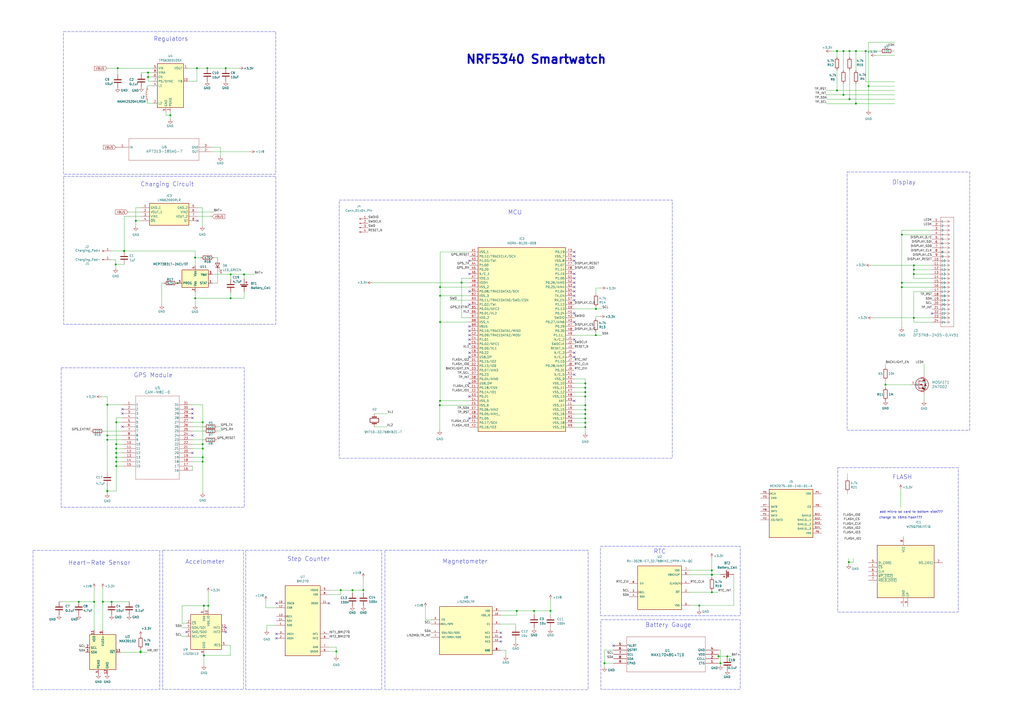
<source format=kicad_sch>
(kicad_sch (version 20230121) (generator eeschema)
  (paper "A2")
  (title_block (title "Smartwatch Schematic") (date "2023-10-28") (rev "v2"))
  (junction (at 62.2408 255.1223))
  (junction (at 120.818 351.363))
  (junction (at 67.4254 260.1962))
  (junction (at 98.8095 66.8207))
  (junction (at 117.5679 267.8139))
  (junction (at 523.1464 136.1198))
  (junction (at 117.5919 257.6539))
  (junction (at 345.6198 194.4313))
  (junction (at 255.296 232.5313))
  (junction (at 103.013 164.2225))
  (junction (at 67.4254 270.3533))
  (junction (at 485.5367 52.4759))
  (junction (at 67.4254 262.749))
  (junction (at 492.7777 29.6302))
  (junction (at 78.8045 128.0765))
  (junction (at 197.6572 342.3344))
  (junction (at 133.7951 159.1425))
  (junction (at 45.6911 349.1011))
  (junction (at 130.9571 39.5475))
  (junction (at 339.5151 222.3713))
  (junction (at 59.6611 349.1011))
  (junction (at 523.1257 166.5998))
  (junction (at 417.919 384.7045))
  (junction (at 255.296 171.5713))
  (junction (at 81.5734 377.9649))
  (junction (at 339.5151 240.1513))
  (junction (at 62.2408 234.7945))
  (junction (at 339.5151 235.0713))
  (junction (at 339.5151 247.7713))
  (junction (at 530.1148 153.8998))
  (junction (at 489.2677 29.6302))
  (junction (at 62.2408 252.5829))
  (junction (at 204.4712 342.3344))
  (junction (at 72.0263 145.5858))
  (junction (at 81.5733 377.9649))
  (junction (at 421.9186 380.7254))
  (junction (at 62.2168 284.837))
  (junction (at 255.296 186.8113))
  (junction (at 117.5919 260.1939))
  (junction (at 85.8891 42.0935))
  (junction (at 412.9147 330.839))
  (junction (at 133.7951 173.0002))
  (junction (at 67.4254 267.8139))
  (junction (at 339.5151 237.6113))
  (junction (at 503.7967 49.9359))
  (junction (at 195.1137 377.8944))
  (junction (at 72.0263 145.6045))
  (junction (at 210.745 342.3344))
  (junction (at 64.7411 349.1011))
  (junction (at 489.2468 55.0159))
  (junction (at 412.9565 343.541))
  (junction (at 67.4254 244.9488))
  (junction (at 496.5033 60.0959))
  (junction (at 113.2134 173.0002))
  (junction (at 502.1427 29.6302))
  (junction (at 530.1062 184.3798))
  (junction (at 530.1148 158.9798))
  (junction (at 255.1195 235.0713))
  (junction (at 299.7965 354.368))
  (junction (at 118.3079 380.2203))
  (junction (at 117.5919 265.2739))
  (junction (at 319.3126 354.368))
  (junction (at 416.8274 380.6918))
  (junction (at 412.9147 333.379))
  (junction (at 350.6344 384.7191))
  (junction (at 513.6476 223.1081))
  (junction (at 530.1148 156.4398))
  (junction (at 141.5645 159.1703))
  (junction (at 523.1464 164.0598))
  (junction (at 339.5151 224.9113))
  (junction (at 62.2408 284.837))
  (junction (at 118.3045 351.363))
  (junction (at 485.514 29.6302))
  (junction (at 67.4254 257.6702))
  (junction (at 496.5313 29.6302))
  (junction (at 309.8237 354.368))
  (junction (at 412.9565 333.379))
  (junction (at 492.3971 326.0809))
  (junction (at 54.5811 349.1011))
  (junction (at 85.8891 44.6275))
  (junction (at 339.5151 242.6913))
  (junction (at 339.5151 245.2313))
  (junction (at 492.793 57.5559))
  (junction (at 117.5919 244.9539))
  (junction (at 67.0933 153.3991))
  (junction (at 68.3277 39.5475))
  (junction (at 339.5151 227.4513))
  (junction (at 120.2789 39.5475))
  (junction (at 81.5733 378.3452))
  (junction (at 255.296 166.5457))
  (junction (at 345.7046 179.1913))
  (junction (at 405.6515 351.2305))
  (junction (at 113.1955 149.4361))
  (junction (at 67.4254 265.2739))
  (junction (at 339.5151 229.9913))
  (junction (at 114.2464 39.5475))
  (junction (at 267.7432 163.9513))
  (no_connect (at 160.3136 367.7344))
  (no_connect (at 272.2347 242.6913))
  (no_connect (at 272.2347 222.3713))
  (no_connect (at 333.1947 166.4913))
  (no_connect (at 111.6573 239.8739))
  (no_connect (at 190.7936 349.9544))
  (no_connect (at 290.5706 369.608))
  (no_connect (at 540.6393 181.8398))
  (no_connect (at 111.6573 242.4139))
  (no_connect (at 114.6652 128.0765))
  (no_connect (at 355.8674 374.5424))
  (no_connect (at 272.2347 169.0313))
  (no_connect (at 272.2347 196.9713))
  (no_connect (at 131.0045 364.063))
  (no_connect (at 333.1947 161.4113))
  (no_connect (at 111.6573 262.7339))
  (no_connect (at 333.1947 174.1113))
  (no_connect (at 333.1947 181.7313))
  (no_connect (at 272.2347 189.3513))
  (no_connect (at 333.1947 163.9513))
  (no_connect (at 333.1947 169.0313))
  (no_connect (at 272.2347 191.8913))
  (no_connect (at 272.2347 176.6513))
  (no_connect (at 333.1947 158.8713))
  (no_connect (at 71.0173 237.3339))
  (no_connect (at 71.0173 247.4939))
  (no_connect (at 108.1445 366.603))
  (no_connect (at 272.2347 158.8713))
  (no_connect (at 272.2347 204.5913))
  (no_connect (at 272.2347 151.2513))
  (no_connect (at 272.2347 199.5113))
  (no_connect (at 333.1947 151.2513))
  (no_connect (at 333.1947 196.9713))
  (no_connect (at 272.2347 194.4313))
  (no_connect (at 160.3136 349.9544))
  (no_connect (at 333.1947 186.8113))
  (no_connect (at 111.6573 237.3339))
  (no_connect (at 272.2347 229.9913))
  (no_connect (at 333.1947 204.5913))
  (no_connect (at 290.5706 367.068))
  (no_connect (at 333.1947 148.7113))
  (no_connect (at 290.5706 372.148))
  (no_connect (at 333.1947 207.1313))
  (no_connect (at 333.1947 217.2913))
  (no_connect (at 333.1947 232.5313))
  (no_connect (at 333.1947 146.1713))
  (no_connect (at 160.3136 370.2744))
  (no_connect (at 333.1947 171.5713))
  (no_connect (at 272.2347 207.1313))
  (no_connect (at 71.0173 239.8739))
  (no_connect (at 111.6573 252.5739))
  (no_connect (at 131.0045 366.603))
  (wire (pts (xy 113.2134 173.0002) (xy 133.7951 173.0002)))
  (wire (pts (xy 345.6198 183.6018) (xy 345.6198 184.7937)))
  (wire (pts (xy 479.2445 52.4759) (xy 485.5367 52.4759)))
  (wire (pts (xy 417.9969 333.2111) (xy 412.9565 333.2111)))
  (wire (pts (xy 111.6573 247.49) (xy 111.6573 247.4939)))
  (wire (pts (xy 492.8078 40.7486) (xy 492.8078 56.7906)))
  (wire (pts (xy 496.5342 40.8277) (xy 496.5342 30.3724)))
  (wire (pts (xy 333.1947 219.8313) (xy 339.5151 219.8313)))
  (wire (pts (xy 113.2134 173.0002) (xy 113.1995 173.0002)))
  (wire (pts (xy 117.5919 265.2739) (xy 117.5919 260.1939)))
  (wire (pts (xy 71.0173 244.9488) (xy 71.0173 244.9539)))
  (wire (pts (xy 85.8891 47.1675) (xy 88.6593 47.1675)))
  (wire (pts (xy 62.1527 234.7945) (xy 62.2408 234.7945)))
  (wire (pts (xy 62.2408 274.0377) (xy 62.2408 255.1223)))
  (wire (pts (xy 197.6572 344.8744) (xy 197.6572 342.3344)))
  (wire (pts (xy 210.8457 342.3344) (xy 210.8457 343.9822)))
  (wire (pts (xy 530.1148 158.9798) (xy 530.1148 156.4398)))
  (wire (pts (xy 62.0019 39.5475) (xy 62.0019 39.6425)))
  (wire (pts (xy 123.0526 85.4306) (xy 127.8967 85.4306)))
  (wire (pts (xy 120.818 351.363) (xy 120.818 343.5356)))
  (wire (pts (xy 96.2793 66.8207) (xy 96.2793 64.9475)))
  (wire (pts (xy 425.6169 351.2305) (xy 405.6515 351.2305)))
  (wire (pts (xy 125.926 250.0192) (xy 128.001 250.0192)))
  (wire (pts (xy 81.5734 376.549) (xy 81.5734 377.9649)))
  (wire (pts (xy 345.6198 194.4313) (xy 349.1799 194.4313)))
  (wire (pts (xy 494.9196 326.0809) (xy 492.3971 326.0809)))
  (wire (pts (xy 67.4254 257.6702) (xy 71.0173 257.6702)))
  (wire (pts (xy 190.7936 375.3544) (xy 195.1137 375.3544)))
  (wire (pts (xy 333.1947 235.0713) (xy 339.5151 235.0713)))
  (wire (pts (xy 67.4254 265.2739) (xy 71.0173 265.2739)))
  (wire (pts (xy 113.1955 145.6045) (xy 113.1955 149.4361)))
  (wire (pts (xy 224.276 247.6439) (xy 224.276 247.6472)))
  (wire (pts (xy 339.5151 242.6913) (xy 339.5151 245.2313)))
  (wire (pts (xy 215.8947 163.9513) (xy 267.7432 163.9513)))
  (wire (pts (xy 67.4254 262.749) (xy 71.0173 262.749)))
  (wire (pts (xy 62.2408 252.5829) (xy 62.2408 234.7945)))
  (wire (pts (xy 111.6573 255.1289) (xy 111.6573 255.1139)))
  (wire (pts (xy 224.403 247.6439) (xy 224.276 247.6439)))
  (wire (pts (xy 339.5151 235.0713) (xy 339.5151 237.6113)))
  (wire (pts (xy 339.5151 229.9913) (xy 339.5151 235.0713)))
  (wire (pts (xy 412.9565 333.379) (xy 412.9565 334.9696)))
  (wire (pts (xy 299.7965 356.908) (xy 299.7965 354.368)))
  (wire (pts (xy 54.5811 341.2067) (xy 54.5811 349.1011)))
  (wire (pts (xy 67.0933 150.6358) (xy 67.0933 153.3991)))
  (wire (pts (xy 510.4725 29.6302) (xy 502.1427 29.6302)))
  (wire (pts (xy 485.5308 40.6683) (xy 485.5308 51.9352)))
  (wire (pts (xy 319.362 347.6973) (xy 319.362 354.368)))
  (wire (pts (xy 492.3971 327.4486) (xy 492.3971 326.0809)))
  (wire (pts (xy 309.8181 364.6541) (xy 309.8181 364.1108)))
  (wire (pts (xy 507.8828 32.1394) (xy 507.8828 32.1559)))
  (wire (pts (xy 530.1148 153.8998) (xy 540.6393 153.8998)))
  (wire (pts (xy 272.2347 166.5457) (xy 272.2347 166.4913)))
  (wire (pts (xy 141.5929 173.0002) (xy 141.5929 169.3314)))
  (wire (pts (xy 105.6045 361.523) (xy 105.6045 351.363)))
  (wire (pts (xy 485.5308 30.11) (xy 485.514 30.11)))
  (wire (pts (xy 339.5151 247.7713) (xy 339.5151 251.1929)))
  (wire (pts (xy 64.7411 349.1011) (xy 74.9011 349.1011)))
  (wire (pts (xy 105.6278 369.143) (xy 108.1445 369.143)))
  (wire (pts (xy 530.1062 186.9198) (xy 530.1062 184.3798)))
  (wire (pts (xy 405.615 351.2305) (xy 405.6515 351.2305)))
  (wire (pts (xy 522.4787 294.2016) (xy 522.4838 294.2016)))
  (wire (pts (xy 267.7432 163.9513) (xy 267.7432 184.2713)))
  (wire (pts (xy 412.9147 323.6596) (xy 412.9147 330.839)))
  (wire (pts (xy 81.9738 42.9416) (xy 81.9669 42.9416)))
  (wire (pts (xy 85.3146 49.7075) (xy 85.3146 50.9567)))
  (wire (pts (xy 522.4808 286.5369) (xy 522.4787 286.5369)))
  (wire (pts (xy 114.2464 39.5475) (xy 120.2789 39.5475)))
  (wire (pts (xy 523.1257 166.5998) (xy 523.1257 190.015)))
  (wire (pts (xy 72.0263 145.7791) (xy 72.0263 145.6045)))
  (wire (pts (xy 272.2347 184.2713) (xy 267.7432 184.2713)))
  (wire (pts (xy 71.0173 255.1223) (xy 71.0173 255.1139)))
  (wire (pts (xy 118.2794 380.2203) (xy 118.2794 379.303)))
  (wire (pts (xy 95.0913 164.2224) (xy 95.0913 164.2307)))
  (wire (pts (xy 120.8445 351.363) (xy 120.8445 353.903)))
  (wire (pts (xy 108.1445 361.523) (xy 105.6045 361.523)))
  (wire (pts (xy 133.6031 374.223) (xy 133.6031 380.2203)))
  (wire (pts (xy 333.1947 222.3713) (xy 339.5151 222.3713)))
  (wire (pts (xy 523.1464 136.1198) (xy 540.6393 136.1198)))
  (wire (pts (xy 492.7777 29.6302) (xy 489.2677 29.6302)))
  (wire (pts (xy 518.0925 29.6121) (xy 519.0367 29.6121)))
  (wire (pts (xy 485.5308 33.0483) (xy 485.5308 30.11)))
  (wire (pts (xy 272.2347 232.5313) (xy 255.296 232.5313)))
  (wire (pts (xy 62.2168 280.5157) (xy 62.2168 284.837)))
  (wire (pts (xy 339.5151 247.7713) (xy 333.1947 247.7713)))
  (wire (pts (xy 339.5151 242.6913) (xy 333.1947 242.6913)))
  (wire (pts (xy 479.3715 55.0701) (xy 479.3715 55.0368)))
  (wire (pts (xy 489.2764 57.5768) (xy 489.2764 57.5559)))
  (wire (pts (xy 58.8094 230.0881) (xy 62.1527 230.0881)))
  (wire (pts (xy 339.5151 245.2313) (xy 339.5151 247.7713)))
  (wire (pts (xy 78.8045 128.0765) (xy 81.6452 128.0765)))
  (wire (pts (xy 67.0933 150.6358) (xy 64.3727 150.6358)))
  (wire (pts (xy 120.8445 351.363) (xy 120.818 351.363)))
  (wire (pts (xy 62.2168 284.837) (xy 62.2408 284.837)))
  (wire (pts (xy 339.5151 245.2313) (xy 333.1947 245.2313)))
  (wire (pts (xy 417.919 384.7045) (xy 417.919 385.8461)))
  (wire (pts (xy 133.7951 169.6839) (xy 133.7951 173.0002)))
  (wire (pts (xy 485.5242 52.0479) (xy 485.5367 52.0479)))
  (wire (pts (xy 117.5679 267.8139) (xy 117.5919 267.8139)))
  (wire (pts (xy 479.2445 55.0159) (xy 489.2468 55.0159)))
  (wire (pts (xy 319.306 364.2025) (xy 319.3126 364.2025)))
  (wire (pts (xy 345.6198 194.4313) (xy 333.1947 194.4313)))
  (wire (pts (xy 113.1955 149.4361) (xy 116.5052 149.4361)))
  (wire (pts (xy 246.8007 352.2923) (xy 246.8007 359.448)))
  (wire (pts (xy 71.0173 234.7945) (xy 71.0173 234.7939)))
  (wire (pts (xy 72.0263 145.5858) (xy 72.0263 145.6045)))
  (wire (pts (xy 479.3715 55.0368) (xy 479.2445 55.0368)))
  (wire (pts (xy 540.6393 169.1398) (xy 530.1062 169.1398)))
  (wire (pts (xy 339.5151 224.9113) (xy 339.5151 227.4513)))
  (wire (pts (xy 400.4435 333.379) (xy 412.9147 333.379)))
  (wire (pts (xy 333.1947 229.9913) (xy 339.5151 229.9913)))
  (wire (pts (xy 130.9571 39.5475) (xy 130.9571 39.5949)))
  (wire (pts (xy 485.514 29.6302) (xy 489.2677 29.6302)))
  (wire (pts (xy 81.6452 122.9965) (xy 74.197 122.9965)))
  (wire (pts (xy 255.296 166.5457) (xy 272.2347 166.5457)))
  (wire (pts (xy 489.2572 30.3721) (xy 489.2677 30.3721)))
  (wire (pts (xy 81.6452 120.4565) (xy 78.8045 120.4565)))
  (wire (pts (xy 128.001 250.0192) (xy 128.001 250.0294)))
  (wire (pts (xy 519.0367 49.9359) (xy 503.7967 49.9359)))
  (wire (pts (xy 126.196 149.4361) (xy 126.196 150.0449)))
  (wire (pts (xy 290.5706 356.908) (xy 299.7965 356.908)))
  (wire (pts (xy 67.4254 262.749) (xy 67.4254 265.2739)))
  (wire (pts (xy 255.1195 232.5313) (xy 255.1195 235.0713)))
  (wire (pts (xy 67.4254 260.1962) (xy 67.4254 262.749)))
  (wire (pts (xy 530.1148 161.5198) (xy 530.1148 158.9798)))
  (wire (pts (xy 81.9738 42.0935) (xy 85.8891 42.0935)))
  (wire (pts (xy 503.7967 49.9359) (xy 503.7967 63.9059)))
  (wire (pts (xy 81.5733 378.3452) (xy 69.8211 378.3452)))
  (wire (pts (xy 491.606 277.6736) (xy 491.606 274.5788)))
  (wire (pts (xy 117.5919 244.9539) (xy 117.5919 234.7939)))
  (wire (pts (xy 523.1464 136.1198) (xy 523.1464 164.0598)))
  (wire (pts (xy 105.6278 369.1503) (xy 105.6278 369.143)))
  (wire (pts (xy 272.2347 235.0713) (xy 255.1195 235.0713)))
  (wire (pts (xy 204.4712 342.3344) (xy 210.745 342.3344)))
  (wire (pts (xy 479.2445 55.0701) (xy 479.3715 55.0701)))
  (wire (pts (xy 67.4254 270.3533) (xy 67.4254 284.837)))
  (wire (pts (xy 416.5388 343.541) (xy 412.9565 343.541)))
  (wire (pts (xy 416.8274 380.6918) (xy 416.8274 382.1624)))
  (wire (pts (xy 85.3331 378.3452) (xy 81.5733 378.3452)))
  (wire (pts (xy 299.2044 371.3167) (xy 299.2007 371.3167)))
  (wire (pts (xy 412.9147 333.379) (xy 412.9147 330.839)))
  (wire (pts (xy 492.3971 324.0469) (xy 492.3796 324.0469)))
  (wire (pts (xy 479.2445 55.0368) (xy 479.2445 55.0159)))
  (wire (pts (xy 67.4254 265.2739) (xy 67.4254 267.8139)))
  (wire (pts (xy 71.0173 252.5829) (xy 71.0173 252.5739)))
  (wire (pts (xy 105.5008 369.1503) (xy 105.6278 369.1503)))
  (wire (pts (xy 62.2168 284.837) (xy 62.2168 286.2476)))
  (wire (pts (xy 502.1427 47.3959) (xy 502.1427 29.6302)))
  (wire (pts (xy 350.6344 384.7191) (xy 355.8674 384.7191)))
  (wire (pts (xy 503.7967 24.5359) (xy 503.7967 49.9359)))
  (wire (pts (xy 400.4435 351.159) (xy 405.6515 351.159)))
  (wire (pts (xy 489.2572 48.3674) (xy 489.2572 54.3171)))
  (wire (pts (xy 62.2408 255.1223) (xy 71.0173 255.1223)))
  (wire (pts (xy 299.7965 354.368) (xy 309.8237 354.368)))
  (wire (pts (xy 489.2468 54.3171) (xy 489.2468 55.0159)))
  (wire (pts (xy 255.296 232.5313) (xy 255.1195 232.5313)))
  (wire (pts (xy 485.5308 51.9352) (xy 485.5242 51.9352)))
  (wire (pts (xy 496.5313 30.3724) (xy 496.5313 29.6302)))
  (wire (pts (xy 67.4254 244.9488) (xy 67.4254 257.6702)))
  (wire (pts (xy 195.1137 375.3544) (xy 195.1137 377.8944)))
  (wire (pts (xy 489.2572 40.7474) (xy 489.2572 30.3721)))
  (wire (pts (xy 479.2445 52.4759) (xy 479.2445 52.5301)))
  (wire (pts (xy 489.2764 57.5559) (xy 492.793 57.5559)))
  (wire (pts (xy 72.0263 145.5858) (xy 64.4595 145.5858)))
  (wire (pts (xy 62.0019 39.5475) (xy 68.3277 39.5475)))
  (wire (pts (xy 68.3277 39.5475) (xy 88.6593 39.5475)))
  (wire (pts (xy 523.1464 164.0598) (xy 540.6393 164.0598)))
  (wire (pts (xy 113.173 149.4361) (xy 113.1955 149.4361)))
  (wire (pts (xy 496.5342 30.3724) (xy 496.5313 30.3724)))
  (wire (pts (xy 489.2677 30.3721) (xy 489.2677 29.6302)))
  (wire (pts (xy 345.6198 194.4313) (xy 345.6198 192.4137)))
  (wire (pts (xy 113.1995 169.3025) (xy 113.1995 173.0002)))
  (wire (pts (xy 339.5151 237.6113) (xy 333.1947 237.6113)))
  (wire (pts (xy 72.0263 125.5365) (xy 72.0263 145.5858)))
  (wire (pts (xy 530.1148 156.4398) (xy 530.1148 153.8998)))
  (wire (pts (xy 412.9147 330.839) (xy 400.4435 330.839)))
  (wire (pts (xy 349.2224 179.1947) (xy 349.2224 179.1913)))
  (wire (pts (xy 118.2794 380.2203) (xy 118.3079 380.2203)))
  (wire (pts (xy 479.6847 57.5523) (xy 479.8117 57.5523)))
  (wire (pts (xy 540.6393 133.5798) (xy 523.1464 133.5798)))
  (wire (pts (xy 421.9186 380.7254) (xy 424.285 380.7254)))
  (wire (pts (xy 62.1527 230.0881) (xy 62.1527 234.7945)))
  (wire (pts (xy 71.0173 257.6702) (xy 71.0173 257.6539)))
  (wire (pts (xy 492.8029 56.7906) (xy 492.8029 56.9236)))
  (wire (pts (xy 88.6593 49.7075) (xy 85.3146 49.7075)))
  (wire (pts (xy 405.615 351.2305) (xy 405.615 353.7402)))
  (wire (pts (xy 130.9571 39.5319) (xy 130.9571 39.5475)))
  (wire (pts (xy 481.7865 29.6302) (xy 485.514 29.6302)))
  (wire (pts (xy 111.6573 270.3539) (xy 111.6573 272.8939)))
  (wire (pts (xy 540.6393 186.9198) (xy 530.1062 186.9198)))
  (wire (pts (xy 540.6393 161.5198) (xy 530.1148 161.5198)))
  (wire (pts (xy 525.1121 184.3874) (xy 525.1121 184.3798)))
  (wire (pts (xy 525.1121 184.3798) (xy 530.1062 184.3798)))
  (wire (pts (xy 120.2789 39.5475) (xy 130.9571 39.5475)))
  (wire (pts (xy 67.4254 257.6702) (xy 67.4254 260.1962)))
  (wire (pts (xy 141.5645 159.1703) (xy 141.5645 161.7114)))
  (wire (pts (xy 513.6476 223.1081) (xy 513.6476 224.8188)))
  (wire (pts (xy 141.5645 159.1425) (xy 141.5645 159.1703)))
  (wire (pts (xy 510.4725 29.6121) (xy 510.4725 29.6302)))
  (wire (pts (xy 190.7936 377.8944) (xy 195.1137 377.8944)))
  (wire (pts (xy 98.8095 64.9475) (xy 98.8095 66.8207)))
  (wire (pts (xy 190.7936 344.8744) (xy 197.6572 344.8744)))
  (wire (pts (xy 492.793 56.9236) (xy 492.793 57.5559)))
  (wire (pts (xy 339.5151 237.6113) (xy 339.5151 240.1513)))
  (wire (pts (xy 339.5151 222.3713) (xy 339.5151 224.9113)))
  (wire (pts (xy 503.7967 24.5359) (xy 519.0367 24.5359)))
  (wire (pts (xy 309.8237 354.368) (xy 309.8237 356.4908)))
  (wire (pts (xy 68.3277 43.2132) (xy 68.3277 39.5475)))
  (wire (pts (xy 111.6573 250.0339) (xy 118.306 250.0339)))
  (wire (pts (xy 485.5242 51.9352) (xy 485.5242 52.0479)))
  (wire (pts (xy 78.8045 128.0765) (xy 78.8045 131.2996)))
  (wire (pts (xy 345.7046 179.1913) (xy 333.1947 179.1913)))
  (wire (pts (xy 412.9565 333.2111) (xy 412.9565 333.379)))
  (wire (pts (xy 255.296 171.5713) (xy 272.2347 171.5713)))
  (wire (pts (xy 113.173 149.4361) (xy 113.173 154.0625)))
  (wire (pts (xy 402.3091 343.539) (xy 400.4435 343.539)))
  (wire (pts (xy 355.8674 384.7191) (xy 355.8674 384.7024)))
  (wire (pts (xy 71.0173 260.1962) (xy 71.0173 260.1939)))
  (wire (pts (xy 123.1497 125.5365) (xy 114.6652 125.5365)))
  (wire (pts (xy 491.606 285.2936) (xy 491.606 286.7815)))
  (wire (pts (xy 496.5033 60.0959) (xy 496.5033 60.1168)))
  (wire (pts (xy 272.2347 146.1713) (xy 255.296 146.1713)))
  (wire (pts (xy 523.1464 133.5798) (xy 523.1464 136.1198)))
  (wire (pts (xy 421.9186 380.7254) (xy 421.9186 381.2317)))
  (wire (pts (xy 502.1427 29.6302) (xy 496.5313 29.6302)))
  (wire (pts (xy 519.0367 47.3959) (xy 502.1427 47.3959)))
  (wire (pts (xy 267.7432 163.9513) (xy 272.2347 163.9513)))
  (wire (pts (xy 113.173 169.3025) (xy 113.1995 169.3025)))
  (wire (pts (xy 117.5919 257.6539) (xy 117.5919 244.9539)))
  (wire (pts (xy 309.8237 354.368) (xy 319.3126 354.368)))
  (wire (pts (xy 114.6652 120.4565) (xy 117.3717 120.4565)))
  (wire (pts (xy 319.362 354.368) (xy 319.3126 354.368)))
  (wire (pts (xy 127.8967 85.4306) (xy 127.8967 90.8367)))
  (wire (pts (xy 85.8891 44.6275) (xy 85.8891 47.1675)))
  (wire (pts (xy 523.1257 166.5998) (xy 540.6393 166.5998)))
  (wire (pts (xy 117.3717 120.4565) (xy 117.3717 131.1636)))
  (wire (pts (xy 267.4638 174.1128) (xy 267.4638 174.1113)))
  (wire (pts (xy 309.8181 364.1108) (xy 309.8237 364.1108)))
  (wire (pts (xy 98.8095 66.8207) (xy 98.8095 69.2369)))
  (wire (pts (xy 134.9742 39.5319) (xy 134.9742 39.537)))
  (wire (pts (xy 85.8891 42.0875) (xy 85.8891 42.0935)))
  (wire (pts (xy 299.2044 372.4099) (xy 299.2044 371.3167)))
  (wire (pts (xy 133.6031 380.2203) (xy 118.3079 380.2203)))
  (wire (pts (xy 67.4254 270.3533) (xy 71.0173 270.3533)))
  (wire (pts (xy 69.8211 378.3452) (xy 69.8211 378.3111)))
  (wire (pts (xy 72.0263 145.6045) (xy 113.1955 145.6045)))
  (wire (pts (xy 117.5919 267.8139) (xy 117.5919 265.2739)))
  (wire (pts (xy 339.5151 227.4513) (xy 339.5151 229.9913)))
  (wire (pts (xy 530.1062 184.3798) (xy 540.6393 184.3798)))
  (wire (pts (xy 513.6476 211.0739) (xy 513.6973 211.0739)))
  (wire (pts (xy 85.3146 58.5767) (xy 85.3146 59.8675)))
  (wire (pts (xy 124.1252 149.4361) (xy 126.196 149.4361)))
  (wire (pts (xy 536.0203 232.6071) (xy 536.0203 228.1881)))
  (wire (pts (xy 492.793 57.5559) (xy 519.0367 57.5559)))
  (wire (pts (xy 267.4638 174.1128) (xy 260.9008 174.1128)))
  (wire (pts (xy 117.5919 260.1939) (xy 111.6573 260.1939)))
  (wire (pts (xy 255.296 171.5713) (xy 255.296 186.8113)))
  (wire (pts (xy 118.2458 255.1289) (xy 111.6573 255.1289)))
  (wire (pts (xy 299.2007 361.988) (xy 299.2007 363.6967)))
  (wire (pts (xy 402.3091 343.541) (xy 402.3091 343.539)))
  (wire (pts (xy 117.5919 265.2739) (xy 111.6573 265.2739)))
  (wire (pts (xy 333.1947 227.4513) (xy 339.5151 227.4513)))
  (wire (pts (xy 412.9565 343.541) (xy 412.9565 342.5896)))
  (wire (pts (xy 319.306 364.931) (xy 319.306 364.2025)))
  (wire (pts (xy 93.8853 164.2307) (xy 93.8853 176.826)))
  (wire (pts (xy 425.6169 333.2111) (xy 425.6169 351.2305)))
  (wire (pts (xy 496.5313 29.6302) (xy 492.7777 29.6302)))
  (wire (pts (xy 416.8274 384.7045) (xy 417.919 384.7045)))
  (wire (pts (xy 45.6911 349.1011) (xy 54.5811 349.1011)))
  (wire (pts (xy 210.745 335.2255) (xy 210.745 342.3344)))
  (wire (pts (xy 197.6572 342.3344) (xy 204.4712 342.3344)))
  (wire (pts (xy 416.8274 380.6918) (xy 421.9186 380.6918)))
  (wire (pts (xy 123.333 164.2225) (xy 126.196 164.2225)))
  (wire (pts (xy 293.4609 380.5081) (xy 293.4609 377.228)))
  (wire (pts (xy 349.3494 179.1947) (xy 349.2224 179.1947)))
  (wire (pts (xy 108.9793 47.1675) (xy 114.2464 47.1675)))
  (wire (pts (xy 479.8117 57.5523) (xy 479.8117 57.5768)))
  (wire (pts (xy 519.0367 29.6121) (xy 519.0367 29.6159)))
  (wire (pts (xy 402.3091 343.541) (xy 412.9565 343.541)))
  (wire (pts (xy 67.4254 260.1962) (xy 71.0173 260.1962)))
  (wire (pts (xy 513.6476 220.6029) (xy 513.6476 223.1081)))
  (wire (pts (xy 505.193 153.89) (xy 505.193 153.8998)))
  (wire (pts (xy 160.3136 352.4944) (xy 154.2404 352.4944)))
  (wire (pts (xy 123.333 159.1425) (xy 133.7951 159.1425)))
  (wire (pts (xy 71.0173 270.3533) (xy 71.0173 270.3539)))
  (wire (pts (xy 217.15 240.0272) (xy 224.7159 240.0272)))
  (wire (pts (xy 117.5919 234.7939) (xy 111.6573 234.7939)))
  (wire (pts (xy 355.8674 377.0824) (xy 350.6344 377.0824)))
  (wire (pts (xy 506.2249 184.3874) (xy 525.1121 184.3874)))
  (wire (pts (xy 272.2347 186.8113) (xy 255.296 186.8113)))
  (wire (pts (xy 34.2611 349.1011) (xy 45.6911 349.1011)))
  (wire (pts (xy 126.196 164.2225) (xy 126.196 157.6649)))
  (wire (pts (xy 246.8007 359.448) (xy 249.9306 359.448)))
  (wire (pts (xy 81.5734 377.9649) (xy 81.5733 377.9649)))
  (wire (pts (xy 72.0263 125.5365) (xy 81.6452 125.5365)))
  (wire (pts (xy 522.4787 286.5369) (xy 522.4787 294.2016)))
  (wire (pts (xy 417.919 377.0824) (xy 416.8274 377.0824)))
  (wire (pts (xy 67.4254 267.8139) (xy 67.4254 270.3533)))
  (wire (pts (xy 67.4254 267.8139) (xy 71.0173 267.8139)))
  (wire (pts (xy 290.5706 354.368) (xy 299.7965 354.368)))
  (wire (pts (xy 224.276 247.6472) (xy 217.15 247.6472)))
  (wire (pts (xy 523.1257 164.0598) (xy 523.1464 164.0598)))
  (wire (pts (xy 267.4638 174.1113) (xy 272.2347 174.1113)))
  (wire (pts (xy 255.296 166.5457) (xy 255.296 171.5713)))
  (wire (pts (xy 513.6476 212.9829) (xy 513.6476 211.0739)))
  (wire (pts (xy 190.7936 342.3344) (xy 197.6572 342.3344)))
  (wire (pts (xy 130.9571 39.5319) (xy 134.9742 39.5319)))
  (wire (pts (xy 540.6393 158.9798) (xy 530.1148 158.9798)))
  (wire (pts (xy 496.5033 48.4477) (xy 496.5342 48.4477)))
  (wire (pts (xy 118.3079 380.2203) (xy 118.3079 385.8632)))
  (wire (pts (xy 67.4254 244.9488) (xy 71.0173 244.9488)))
  (wire (pts (xy 108.9793 39.5475) (xy 114.2464 39.5475)))
  (wire (pts (xy 120.2789 39.6262) (xy 120.2789 39.5475)))
  (wire (pts (xy 412.9147 333.379) (xy 412.9565 333.379)))
  (wire (pts (xy 117.5919 257.6539) (xy 111.6573 257.6539)))
  (wire (pts (xy 345.7046 167.0726) (xy 345.7046 170.4684)))
  (wire (pts (xy 267.7432 163.9513) (xy 267.7432 161.4113)))
  (wire (pts (xy 339.5151 240.1513) (xy 333.1947 240.1513)))
  (wire (pts (xy 81.9738 42.0935) (xy 81.9738 42.9416)))
  (wire (pts (xy 71.0173 250.0483) (xy 71.0173 250.0339)))
  (wire (pts (xy 62.2408 252.5829) (xy 71.0173 252.5829)))
  (wire (pts (xy 319.3126 354.368) (xy 319.3126 356.5825)))
  (wire (pts (xy 540.6393 156.4398) (xy 530.1148 156.4398)))
  (wire (pts (xy 88.6593 42.0875) (xy 85.8891 42.0875)))
  (wire (pts (xy 118.3413 247.49) (xy 111.6573 247.49)))
  (wire (pts (xy 479.6847 60.0923) (xy 479.6847 60.1168)))
  (wire (pts (xy 255.296 146.1713) (xy 255.296 166.5457)))
  (wire (pts (xy 62.2168 286.2476) (xy 62.2092 286.2476)))
  (wire (pts (xy 145.0936 87.9706) (xy 123.0526 87.9706)))
  (wire (pts (xy 78.8045 120.4565) (xy 78.8045 128.0765)))
  (wire (pts (xy 62.2408 234.7945) (xy 71.0173 234.7945)))
  (wire (pts (xy 118.3045 351.363) (xy 118.3045 353.903)))
  (wire (pts (xy 536.0203 211.074) (xy 536.0203 218.0281)))
  (wire (pts (xy 62.2408 284.837) (xy 67.4254 284.837)))
  (wire (pts (xy 350.6344 377.0824) (xy 350.6344 384.7191)))
  (wire (pts (xy 528.4003 223.1081) (xy 513.6476 223.1081)))
  (wire (pts (xy 339.5151 219.8313) (xy 339.5151 222.3713)))
  (wire (pts (xy 492.7777 29.6302) (xy 492.7777 33.1286)))
  (wire (pts (xy 492.8029 56.9236) (xy 492.793 56.9236)))
  (wire (pts (xy 67.4254 242.4139) (xy 71.0173 242.4139)))
  (wire (pts (xy 147.6509 159.1703) (xy 141.5645 159.1703)))
  (wire (pts (xy 117.5679 263.4926) (xy 117.5679 267.8139)))
  (wire (pts (xy 496.5033 48.4477) (xy 496.5033 60.0959)))
  (wire (pts (xy 62.2408 281.6577) (xy 62.2408 284.837)))
  (wire (pts (xy 123.9514 123.0028) (xy 123.9514 122.9965)))
  (wire (pts (xy 60.3234 250.0483) (xy 71.0173 250.0483)))
  (wire (pts (xy 417.919 377.0824) (xy 417.919 384.7045)))
  (wire (pts (xy 133.7951 159.1425) (xy 133.7951 162.0639)))
  (wire (pts (xy 154.2404 352.4944) (xy 154.2404 348.4104)))
  (wire (pts (xy 485.5367 52.4759) (xy 519.0367 52.4759)))
  (wire (pts (xy 267.7432 161.4113) (xy 272.2347 161.4113)))
  (wire (pts (xy 492.7777 33.1286) (xy 492.8078 33.1286)))
  (wire (pts (xy 113.2134 177.0733) (xy 113.2134 173.0002)))
  (wire (pts (xy 59.6611 349.1011) (xy 59.6611 365.6111)))
  (wire (pts (xy 128.001 247.49) (xy 128.001 247.4894)))
  (wire (pts (xy 118.3045 351.363) (xy 120.818 351.363)))
  (wire (pts (xy 67.0933 153.3991) (xy 67.0933 155.6053)))
  (wire (pts (xy 117.5679 267.8139) (xy 117.5679 285.8618)))
  (wire (pts (xy 195.1137 377.8944) (xy 195.1137 380.578)))
  (wire (pts (xy 210.745 342.3344) (xy 210.8457 342.3344)))
  (wire (pts (xy 489.2468 55.0159) (xy 519.0367 55.0159)))
  (wire (pts (xy 416.8274 384.7024) (xy 416.8274 384.7045)))
  (wire (pts (xy 348.1109 183.6018) (xy 345.6198 183.6018)))
  (wire (pts (xy 85.8891 42.0935) (xy 85.8891 44.6275)))
  (wire (pts (xy 85.8891 44.6275) (xy 88.6593 44.6275)))
  (wire (pts (xy 290.5706 361.988) (xy 299.2007 361.988)))
  (wire (pts (xy 485.5367 52.0479) (xy 485.5367 52.4759)))
  (wire (pts (xy 492.3971 326.0809) (xy 492.3971 324.0469)))
  (wire (pts (xy 105.5008 364.0703) (xy 105.5008 364.063)))
  (wire (pts (xy 421.9186 380.6918) (xy 421.9186 380.7254)))
  (wire (pts (xy 133.7951 173.0002) (xy 141.5929 173.0002)))
  (wire (pts (xy 85.3146 59.8675) (xy 88.6593 59.8675)))
  (wire (pts (xy 71.0173 262.749) (xy 71.0173 262.7339)))
  (wire (pts (xy 117.5679 267.8139) (xy 111.6573 267.8139)))
  (wire (pts (xy 345.7046 179.1913) (xy 345.7046 178.0884)))
  (wire (pts (xy 105.5008 364.063) (xy 108.1445 364.063)))
  (wire (pts (xy 98.8095 66.8207) (xy 96.2793 66.8207)))
  (wire (pts (xy 62.2408 252.5829) (xy 62.2408 255.1223)))
  (wire (pts (xy 507.8828 32.1559) (xy 519.0367 32.1559)))
  (wire (pts (xy 160.3136 362.6544) (xy 154.7759 362.6544)))
  (wire (pts (xy 496.5033 60.0959) (xy 519.0367 60.0959)))
  (wire (pts (xy 105.6045 351.363) (xy 118.3045 351.363)))
  (wire (pts (xy 523.1257 166.5998) (xy 523.1257 164.0598)))
  (wire (pts (xy 416.8274 379.6224) (xy 416.8274 380.6918)))
  (wire (pts (xy 102.7113 164.2224) (xy 103.013 164.2224)))
  (wire (pts (xy 114.6652 122.9965) (xy 123.9514 122.9965)))
  (wire (pts (xy 505.193 153.8998) (xy 530.1148 153.8998)))
  (wire (pts (xy 98.8095 64.9475) (xy 98.8193 64.9475)))
  (wire (pts (xy 348.5347 167.0726) (xy 345.7046 167.0726)))
  (wire (pts (xy 67.4254 244.9488) (xy 67.4254 242.4139)))
  (wire (pts (xy 141.5645 161.7114) (xy 141.5929 161.7114)))
  (wire (pts (xy 133.7951 159.1425) (xy 141.5645 159.1425)))
  (wire (pts (xy 117.5919 260.1939) (xy 117.5919 257.6539)))
  (wire (pts (xy 72.0263 153.3991) (xy 67.0933 153.3991)))
  (wire (pts (xy 333.1947 224.9113) (xy 339.5151 224.9113)))
  (wire (pts (xy 81.5733 377.9649) (xy 81.5733 378.3452)))
  (wire (pts (xy 54.5811 349.1011) (xy 54.5811 365.6111)))
  (wire (pts (xy 103.013 164.2224) (xy 103.013 164.2225)))
  (wire (pts (xy 522.4808 283.8318) (xy 522.4808 286.5369)))
  (wire (pts (xy 117.5919 244.9539) (xy 111.6573 244.9539)))
  (wire (pts (xy 114.2464 47.1675) (xy 114.2464 39.5475)))
  (wire (pts (xy 255.296 186.8113) (xy 255.296 232.5313)))
  (wire (pts (xy 485.514 30.11) (xy 485.514 29.6302)))
  (wire (pts (xy 118.306 250.0339) (xy 118.306 250.0192)))
  (wire (pts (xy 125.9613 247.49) (xy 128.001 247.49)))
  (wire (pts (xy 489.2572 54.3171) (xy 489.2468 54.3171)))
  (wire (pts (xy 131.0045 374.223) (xy 133.6031 374.223)))
  (wire (pts (xy 204.4712 342.3344) (xy 204.4712 344.0034)))
  (wire (pts (xy 293.4609 377.228) (xy 290.5706 377.228)))
  (wire (pts (xy 530.1062 169.1398) (xy 530.1062 184.3798)))
  (wire (pts (xy 118.2794 379.303) (xy 118.3045 379.303)))
  (wire (pts (xy 255.1195 235.0713) (xy 255.1195 249.6395)))
  (wire (pts (xy 479.6847 60.1168) (xy 496.5033 60.1168)))
  (wire (pts (xy 154.7759 362.6544) (xy 154.7759 365.5575)))
  (wire (pts (xy 59.6611 341.2002) (xy 59.6611 349.1011)))
  (wire (pts (xy 405.6515 351.159) (xy 405.6515 351.2305)))
  (wire (pts (xy 492.8078 56.7906) (xy 492.8029 56.7906)))
  (wire (pts (xy 479.8117 57.5768) (xy 489.2764 57.5768)))
  (wire (pts (xy 93.8853 164.2307) (xy 95.0913 164.2307)))
  (wire (pts (xy 59.6611 349.1011) (xy 64.7411 349.1011)))
  (wire (pts (xy 123.1497 125.5698) (xy 123.1497 125.5365)))
  (wire (pts (xy 339.5151 240.1513) (xy 339.5151 242.6913)))
  (wire (pts (xy 134.9742 39.537) (xy 138.5293 39.537)))
  (wire (pts (xy 499.1119 299.6485) (xy 499.1119 299.6386)))
  (wire (pts (xy 350.6344 384.7191) (xy 350.6344 386.9812)))
  (wire (pts (xy 494.9196 324.0469) (xy 494.9196 326.0809)))
  (wire (pts (xy 345.7046 179.1913) (xy 349.2224 179.1913)))
  (rectangle (start 491.363 99.7756) (end 562.483 249.5086) (stroke (width 0) (type dash)))
  (rectangle (start 142.607 319.2017) (end 221.361 399.9737) (stroke (width 0) (type dash)))
  (rectangle (start 196.8041 116.0322) (end 389.971 265.7652) (stroke (width 0) (type dash)))
  (rectangle (start 19.1497 319.3107) (end 92.606 399.997) (stroke (width 0) (type dash)))
  (rectangle (start 36.8132 18.3149) (end 159.9808 101.0329) (stroke (width 0) (type dash)))
  (rectangle (start 35.4379 213.4058) (end 141.7495 294.3128) (stroke (width 0) (type dash)))
  (rectangle (start 223.306 319.2614) (end 341.122 400.0334) (stroke (width 0) (type dash)))
  (rectangle (start 94.4187 319.1672) (end 141.2817 399.9392) (stroke (width 0) (type dash)))
  (rectangle (start 485.9559 271.232) (end 555.8059 355.052) (stroke (width 0) (type dash)))
  (rectangle (start 348.5903 359.5574) (end 429.3667 399.9434) (stroke (width 0) (type dash)))
  (rectangle (start 36.8785 102.2125) (end 160.0461 188.0645) (stroke (width 0) (type dash)))
  (rectangle (start 348.3078 316.9191) (end 429.3667 357.1781) (stroke (width 0) (type dash)))
  (text "MCU\n\n" (at 294.6275 128.8177 0) (effects (font (size 2.5 2.5)) (justify left bottom)))
  (text "NRF5340 Smartwatch" (at 269.9966 37.481 0) (effects (font (size 5 5) (thickness 1) bold) (justify left bottom)))
  (text "RTC\n" (at 379.1731 321.4716 0) (effects (font (size 2.5 2.5)) (justify left bottom)))
  (text "change to 16mb flash???\n" (at 509.9609 301.0397 0) (effects (font (size 1.27 1.27)) (justify left bottom)))
  (text "Accelometer\n\n\n\n\n" (at 107.4233 343.5151 0) (effects (font (size 2.5 2.5)) (justify left bottom)))
  (text "Heart-Rate Sensor" (at 39.574 328.0469 0) (effects (font (size 2.5 2.5)) (justify left bottom)))
  (text "Magnetometer" (at 256.6204 327.2507 0) (effects (font (size 2.5 2.5)) (justify left bottom)))
  (text "Battery Gauge\n\n" (at 374.316 368.1117 0) (effects (font (size 2.5 2.5)) (justify left bottom)))
  (text "Display\n\n" (at 517.5657 111.3728 0) (effects (font (size 2.5 2.5)) (justify left bottom)))
  (text "Step Counter" (at 166.5918 325.7875 0) (effects (font (size 2.5 2.5)) (justify left bottom)))
  (text "FLASH \n\n" (at 517.6122 282.3736 0) (effects (font (size 2.5 2.5)) (justify left bottom)))
  (text "add micro sd card to bottom side???\n" (at 510.2292 297.762 0) (effects (font (size 1.27 1.27)) (justify left bottom)))
  (text "Charging Circuit\n\n\n\n\n" (at 81.511 124.5576 0) (effects (font (size 2.5 2.5)) (justify left bottom)))
  (text "GPS Module\n\n\n\n" (at 77.6107 231.3167 0) (effects (font (size 2.5 2.5)) (justify left bottom)))
  (text "Regulators\n\n\n\n\n\n" (at 88.9802 44.2413 0) (effects (font (size 2.5 2.5)) (justify left bottom)))
  (label "GPS_TX" (at 272.2347 153.7913 180))
  (label "LEDK" (at 540.6393 131.0398 180))
  (label "SDA" (at 349.1799 194.4313 0))
  (label "XL2" (at 224.403 247.6439 0))
  (label "BAT+" (at 424.285 380.7254 0))
  (label "GPS_EXTINT" (at 52.7034 250.0483 180))
  (label "XL1" (at 272.2347 202.0513 180))
  (label "INT2_BMI270" (at 190.7936 370.2744 0))
  (label "DISPLAY_CS" (at 540.6393 148.8198 180))
  (label "TP_SCL" (at 479.6847 60.0923 180))
  (label "FLASH_IO3" (at 272.2347 247.7713 180))
  (label "FLASH_IO2" (at 272.2347 209.6713 180))
  (label "SCL" (at 540.6393 176.7598 180))
  (label "XL2" (at 272.2347 181.7313 180))
  (label "SCL" (at 364.8835 343.539 180))
  (label "DISPLAY_SD0" (at 540.6393 143.7398 180))
  (label "BAT+" (at 147.6509 159.1703 0))
  (label "LEDK" (at 536.0203 211.074 180))
  (label "TP_RST" (at 540.6393 171.6798 180))
  (label "GPS_EXTINT" (at 272.2347 179.1913 180))
  (label "TP_INT" (at 479.2445 55.0701 180))
  (label "TP_RST" (at 272.2347 240.1513 180))
  (label "SCL" (at 355.8674 379.6224 180))
  (label "SWO" (at 213.6018 132.0555 0))
  (label "RTC_INT" (at 333.1947 209.6713 0))
  (label "FLASH_CS" (at 498.7917 302.1435 180))
  (label "TP_SDA" (at 479.6847 57.5523 180))
  (label "BACKLIGHT_EN" (at 513.6973 211.0739 0))
  (label "DISPLAY_D{slash}C" (at 540.6393 138.6598 180))
  (label "SDA" (at 540.6393 174.2198 180))
  (label "FLASH_IO2" (at 499.2151 307.2534 180))
  (label "TP_INT" (at 272.2347 219.8313 180))
  (label "GPS_RESET" (at 125.8658 255.1289 0))
  (label "LIS2MDLTR_INT" (at 249.9306 369.608 180))
  (label "SCL" (at 49.5011 375.7711 180))
  (label "RESET_N" (at 333.1947 202.0513 0))
  (label "SCL" (at 105.5008 369.1503 180))
  (label "FLASH_IO3" (at 499.2151 309.7934 180))
  (label "FLASH_CLK" (at 499.5809 304.8172 180))
  (label "DISPLAY_CLK" (at 333.1947 176.6513 0))
  (label "GPS_RX" (at 272.2347 156.3313 180))
  (label "FLASH_IO0" (at 272.2347 212.2113 180))
  (label "RESET_N" (at 213.6018 134.5955 0))
  (label "RTC_CLK" (at 400.4435 338.459 0))
  (label "DISPLAY_SDI" (at 540.6393 141.1998 180))
  (label "XL1" (at 224.7159 240.0272 0))
  (label "SDA" (at 105.5008 364.0703 180))
  (label "FLASH_IO1" (at 272.2347 227.4513 180))
  (label "SDA" (at 249.9306 367.068 180))
  (label "RTC_EVI" (at 364.8835 338.459 180))
  (label "GPS_RESET" (at 272.2347 148.7113 180))
  (label "RTC_EVI" (at 333.1947 214.7513 0))
  (label "LEDK" (at 519.0367 27.0759 180))
  (label "BAT+" (at 123.9514 123.0028 0))
  (label "FLASH_IO1" (at 499.7893 313.4536 180))
  (label "DISPLAY_RESET" (at 333.1947 153.7913 0))
  (label "TP_RST" (at 479.2445 52.5301 180))
  (label "SWDIO" (at 213.6018 126.9755 0))
  (label "SDA" (at 355.8674 382.1624 180))
  (label "SDA" (at 364.8835 346.079 180))
  (label "SWO" (at 260.9008 174.1128 0))
  (label "DISPLAY_RESET" (at 540.6393 151.3598 180))
  (label "FLASH_CLK" (at 272.2347 245.2313 180))
  (label "TP_SCL" (at 272.2347 217.2913 180))
  (label "SWDIO" (at 333.1947 184.2713 0))
  (label "HR_INT" (at 85.3331 378.3452 0))
  (label "SCL" (at 349.3494 179.1947 0))
  (label "TP_INT" (at 540.6393 179.2998 180))
  (label "DISPLAY_CS" (at 333.1947 189.3513 0))
  (label "INT1_BMI270" (at 190.7936 367.7344 0))
  (label "TP_SDA" (at 272.2347 237.6113 180))
  (label "LEDK" (at 540.6393 128.4998 180))
  (label "SWDCLK" (at 333.1947 199.5113 0))
  (label "FLASH_IO0" (at 499.1119 299.6485 180))
  (label "DISPLAY_CLK" (at 540.6393 146.2798 180))
  (label "BACKLIGHT_EN" (at 272.2347 214.7513 180))
  (label "FLASH_CS" (at 272.2347 224.9113 180))
  (label "SDA" (at 49.5011 378.3111 180))
  (label "RTC_INT" (at 416.5388 343.541 0))
  (label "GPS_RX" (at 128.001 250.0294 0))
  (label "DISPLAY_SDI" (at 333.1947 156.3313 0))
  (label "SCL" (at 249.9306 361.988 180))
  (label "GPS_TX" (at 128.001 247.4894 0))
  (label "SWDCLK" (at 213.6018 129.5155 0))
  (label "RTC_CLK" (at 333.1947 212.2113 0))
  (label "DISPLAY_D{slash}C" (at 333.1947 191.8913 0))
  (global_label "VBUS" (shape input) (at 67.1726 85.4306 180) (property "Intersheetrefs" "${INTERSHEET_REFS}" (effects hide)))
  (global_label "VBUS" (shape input) (at 62.0019 39.6425 180) (property "Intersheetrefs" "${INTERSHEET_REFS}" (effects hide)))
  (global_label "VBUS" (shape input) (at 123.1497 125.5698 0) (property "Intersheetrefs" "${INTERSHEET_REFS}" (effects hide)))
  (global_label "VBUS" (shape input) (at 74.197 122.9965 180) (property "Intersheetrefs" "${INTERSHEET_REFS}" (effects hide)))
  (symbol (lib_id "power:GND") (at 78.8045 131.2996 0) (unit 1)
    (property "Reference" "#PWR012" (effects hide))
    (property "Value" "GND" (at 78.8045 136.1866 0))
  )
  (symbol (lib_id "Device:C") (at 210.8457 347.7922 0) (unit 1)
    (property "Reference" "C14" (at 213.9351 346.5222 0) (effects (justify left)))
    (property "Value" "100n" (at 213.9351 349.0622 0) (effects (justify left)))
    (property "Footprint" "Capacitor_SMD:C_0402_1005Metric" (effects hide))
  )
  (symbol (lib_id "Device:R") (at 122.116 250.0192 90) (unit 1)
    (property "Reference" "R7" (at 122.2193 252.2362 90))
    (property "Value" "220" (at 122.2193 250.0797 90))
    (property "Footprint" "Resistor_SMD:R_0402_1005Metric" (effects hide))
  )
  (symbol (lib_id "power:+3.3V") (at 59.6611 341.2002 0) (unit 1)
    (property "Reference" "#PWR020" (effects hide))
    (property "Value" "+3.3V" (at 63.6355 340.0095 0))
  )
  (symbol (lib_id "power:+3.3V") (at 348.1109 183.6018 270) (unit 1)
    (property "Reference" "#PWR042" (effects hide))
    (property "Value" "+3.3V" (at 353.9565 183.733 90))
  )
  (symbol (lib_id "Device:C") (at 421.9186 385.0417 0) (unit 1)
    (property "Reference" "C18" (at 422.5345 382.8767 0) (effects (justify left)))
    (property "Value" "0.1uF" (at 422.1689 387.3662 0) (effects (justify left)))
    (property "Footprint" "Capacitor_SMD:C_0402_1005Metric" (effects hide))
  )
  (symbol (lib_id "Device:R") (at 98.9013 164.2224 90) (unit 1)
    (property "Reference" "R17" (at 98.6577 162.1775 90))
    (property "Value" "5.1k" (at 98.8794 164.2533 90))
    (property "Footprint" "Resistor_SMD:R_0402_1005Metric" (effects hide))
  )
  (symbol (lib_id "power:GND") (at 117.5679 285.8618 0) (unit 1)
    (property "Reference" "#PWR03" (effects hide))
    (property "Value" "GND" (at 117.5679 290.2659 0))
  )
  (symbol (lib_id "DF37NB_24DS_0_4V_51_:DF37NB-24DS-0.4V51") (at 540.6393 128.4998 0) (unit 1)
    (property "Reference" "J3" (at 529.6505 191.8378 0) (effects (font (size 1.524 1.524)) (justify left)))
    (property "Value" "DF37NB-24DS-0.4V51" (at 529.6505 194.3778 0) (effects (font (size 1.524 1.524)) (justify left)))
    (property "Footprint" "CONN_DF37NB-24DS-0.4V51_HIR" (effects hide))
    (property "Datasheet" "DF37NB-24DS-0.4V51" (effects hide))
  )
  (symbol (lib_id "Device:R") (at 81.5734 372.739 180) (unit 1)
    (property "Reference" "R9" (at 85.3341 373.8981 0))
    (property "Value" "4.7k" (at 85.3834 371.469 0))
    (property "Footprint" "Resistor_SMD:R_0402_1005Metric" (effects hide))
    (property "MPN" "NRF52840-QIAA-R" (effects hide))
  )
  (symbol (lib_id "power:GND") (at 34.2611 356.7211 0) (unit 1)
    (property "Reference" "#PWR033" (effects hide))
    (property "Value" "GND" (at 30.4511 359.2611 0))
  )
  (symbol (lib_id "power:GND") (at 74.9011 356.7211 0) (unit 1)
    (property "Reference" "#PWR024" (effects hide))
    (property "Value" "GND" (at 78.7111 357.9911 0))
  )
  (symbol (lib_id "power:GND") (at 350.6344 386.9812 0) (unit 1)
    (property "Reference" "#PWR09" (effects hide))
    (property "Value" "GND" (at 354.6073 388.7091 0))
  )
  (symbol (lib_id "power:GND") (at 81.9669 50.5616 0) (unit 1)
    (property "Reference" "#PWR016" (effects hide))
    (property "Value" "GND" (at 78.494 52.5048 0))
  )
  (symbol (lib_id "W25N01GVZEIG_TR:W25N01GVZEIG_TR") (at 503.7467 326.4459 0) (unit 1)
    (property "Reference" "IC1" (at 532.7719 302.9229 0))
    (property "Value" "W25Q256JVEIQ" (at 532.7719 305.4629 0))
    (property "Footprint" "W25N01GVZEIG_TR:SON127P800X600X80-9N-D" (effects hide))
    (property "Datasheet" "https://www.winbond.com/resource-files/w25n01gv revg 032116.pdf" (effects hide))
    (property "Height" "0.8" (effects hide))
    (property "Mouser Part Number" "454-W25N01GVZEIGTR" (effects hide))
    (property "Mouser Price/Stock" "https://www.mouser.co.uk/ProductDetail/Winbond/W25N01GVZEIG-TR?qs=qSfuJ%252Bfl%2Fd6niBi0Qz1MPg%3D%3D" (effects hide))
    (property "Manufacturer_Name" "Winbond" (effects hide))
    (property "Manufacturer_Part_Number" "W25N01GVZEIG TR" (effects hide))
  )
  (symbol (lib_id "2N7002:2N7002") (at 528.4003 223.1081 0) (unit 1)
    (property "Reference" "MOSFET1" (at 540.4452 221.8381 0) (effects (font (size 1.524 1.524)) (justify left)))
    (property "Value" "2N7002" (at 540.4452 224.3781 0) (effects (font (size 1.524 1.524)) (justify left)))
    (property "Footprint" "SOT-23TO-236_318-08_ONS" (effects hide))
    (property "Datasheet" "2N7002" (effects hide))
  )
  (symbol (lib_id "power:GND") (at 255.1195 249.6395 0) (unit 1)
    (property "Reference" "#PWR07" (effects hide))
    (property "Value" "GND" (at 255.1195 254.6868 0))
  )
  (symbol (lib_id "power:GND") (at 93.8853 176.826 0) (unit 1)
    (property "Reference" "#PWR038" (effects hide))
    (property "Value" "GND" (at 93.732 180.6605 0))
  )
  (symbol (lib_id "power:GND") (at 64.7411 356.7211 0) (unit 1)
    (property "Reference" "#PWR023" (effects hide))
    (property "Value" "GND" (at 68.5511 357.9911 0))
  )
  (symbol (lib_id "Battery_Management:MCP73831-2-OT") (at 113.173 161.6825 0) (unit 1)
    (property "Reference" "U11" (at 115.9546 154.6718 0) (effects (justify left)))
    (property "Value" "MCP73831T-2ACI/OT" (at 88.6951 153.217 0) (effects (justify left)))
    (property "Footprint" "Package_TO_SOT_SMD:SOT-23-5" (effects hide))
    (property "Datasheet" "http://ww1.microchip.com/downloads/en/DeviceDoc/20001984g.pdf" (effects hide))
    (property "MPN" "MCP73831-2-OT" (effects hide))
  )
  (symbol (lib_id "power:GND") (at 210.8457 351.6022 0) (unit 1)
    (property "Reference" "#PWR056" (effects hide))
    (property "Value" "GND" (at 210.8054 355.3988 0))
  )
  (symbol (lib_id "AP7313-18SAG-7:AP7313-18SAG-7") (at 67.1726 85.4306 0) (unit 1)
    (property "Reference" "U6" (at 95.3234 85.2671 0) (effects (font (size 1.524 1.524))))
    (property "Value" "AP7313-18SAG-7" (at 95.3234 87.8071 0) (effects (font (size 1.524 1.524))))
    (property "Footprint" "SOT-23_DIO" (effects hide))
    (property "Datasheet" "AP7313-18SAG-7" (effects hide))
  )
  (symbol (lib_id "Device:C") (at 62.2408 277.8477 0) (unit 1)
    (property "Reference" "C17" (at 55.6089 276.8381 0) (effects (justify left)))
    (property "Value" "4.7uF" (at 55.5673 280.5345 0) (effects (justify left)))
    (property "Footprint" "Capacitor_SMD:C_0402_1005Metric" (effects hide))
  )
  (symbol (lib_id "power:GND") (at 339.5151 251.1929 0) (unit 1)
    (property "Reference" "#PWR06" (effects hide))
    (property "Value" "GND" (at 339.5151 256.2402 0))
  )
  (symbol (lib_id "power:GND") (at 117.3717 131.1636 0) (unit 1)
    (property "Reference" "#PWR011" (effects hide))
    (property "Value" "GND" (at 117.3717 136.0506 0))
  )
  (symbol (lib_id "power:+1V8") (at 154.2404 348.4104 0) (mirror y) (unit 1)
    (property "Reference" "#PWR059" (effects hide))
    (property "Value" "+1V8" (at 150.5213 345.4654 0))
  )
  (symbol (lib_id "Device:R") (at 345.6198 188.6037 180) (unit 1)
    (property "Reference" "R13" (at 349.3805 189.7628 0))
    (property "Value" "4.7k" (at 349.4298 187.3337 0))
    (property "Footprint" "Resistor_SMD:R_0603_1608Metric" (effects hide))
    (property "MPN" "NRF52840-QIAA-R" (effects hide))
  )
  (symbol (lib_id "RV-3028-C7_32.768KHZ_1PPM-TA-QC:RV-3028-C7_32.768KHZ_1PPM-TA-QC") (at 382.6635 340.999 0) (unit 1)
    (property "Reference" "U2" (at 382.6635 322.9529 0))
    (property "Value" "RV-3028-C7_32.768KHZ_1PPM-TA-QC" (at 382.6635 325.4929 0))
    (property "Footprint" "RV_3028_C7_32_768KHZ_1PPM_TA_QC:IC_RV-3028-C7_32.768KHZ_1PPM-TA-QC" (effects hide))
    (property "PARTREV" "1.3" (effects hide))
    (property "STANDARD" "Manufacturer Recommendations" (effects hide))
    (property "MAXIMUM_PACKAGE_HEIGHT" "0.8mm" (effects hide))
    (property "MANUFACTURER" "Micro Crystal" (effects hide))
  )
  (symbol (lib_id "Device:R") (at 485.5308 36.8583 180) (unit 1)
    (property "Reference" "R12" (at 481.844 37.6647 0))
    (property "Value" "4.7k" (at 481.8933 35.2356 0))
    (property "Footprint" "Resistor_SMD:R_0402_1005Metric" (effects hide))
    (property "MPN" "NRF52840-QIAA-R" (effects hide))
  )
  (symbol (lib_id "power:GND") (at 45.6911 356.7211 0) (unit 1)
    (property "Reference" "#PWR034" (effects hide))
    (property "Value" "GND" (at 43.1511 359.2611 0))
  )
  (symbol (lib_id "power:+3.3V") (at 58.8094 230.0881 90) (unit 1)
    (property "Reference" "#PWR035" (effects hide))
    (property "Value" "+3.3V" (at 52.7232 230.1122 90))
  )
  (symbol (lib_id "power:GND") (at 523.1257 190.015 0) (unit 1)
    (property "Reference" "#PWR017" (effects hide))
    (property "Value" "GND" (at 523.1257 194.4191 0))
  )
  (symbol (lib_id "power:GND") (at 417.919 385.8461 0) (unit 1)
    (property "Reference" "#PWR010" (effects hide))
    (property "Value" "GND" (at 414.4818 387.4904 0))
  )
  (symbol (lib_id "Connector:Conn_01x04_Pin") (at 208.5218 129.5155 0) (unit 1)
    (property "Reference" "J4" (at 208.1348 119.6306 0))
    (property "Value" "Conn_01x04_Pin" (at 208.1348 122.1706 0))
    (property "Footprint" "Connector_PinHeader_2.54mm:PinHeader_1x04_P2.54mm_Vertical" (effects hide))
  )
  (symbol (lib_id "power:GND") (at 62.2092 286.2476 0) (unit 1)
    (property "Reference" "#PWR04" (effects hide))
    (property "Value" "GND" (at 62.2092 290.6517 0))
  )
  (symbol (lib_id "power:+3.3V") (at 412.9147 323.6596 0) (unit 1)
    (property "Reference" "#PWR047" (effects hide))
    (property "Value" "+3.3V" (at 416.8891 322.4689 0))
  )
  (symbol (lib_id "Device:C") (at 68.3277 47.0232 0) (unit 1)
    (property "Reference" "C9" (at 60.8185 46.1048 0) (effects (justify left)))
    (property "Value" "10uF" (at 60.8185 48.6448 0) (effects (justify left)))
    (property "Footprint" "Capacitor_SMD:C_0402_1005Metric" (effects hide))
  )
  (symbol (lib_id "Device:R") (at 513.6476 216.7929 180) (unit 1)
    (property "Reference" "R3" (at 510.731 216.8572 0))
    (property "Value" "10k" (at 517.1248 216.7212 0))
    (property "Footprint" "Resistor_SMD:R_0603_1608Metric" (effects hide))
  )
  (symbol (lib_id "Device:Crystal") (at 217.15 243.8372 90) (unit 1)
    (property "Reference" "X2" (at 215.88 237.4872 90) (effects (justify right)))
    (property "Value" "9HT10-32.768KBZC-T" (at 211.3059 250.6214 90) (effects (justify right)))
    (property "Footprint" "Crystal:Crystal_SMD_3215-2Pin_3.2x1.5mm" (effects hide))
  )
  (symbol (lib_id "power:GND") (at 421.9186 388.8517 0) (unit 1)
    (property "Reference" "#PWR036" (effects hide))
    (property "Value" "GND" (at 421.7653 392.6862 0))
  )
  (symbol (lib_id "Connector:Conn_01x01_Pin") (at 59.2927 150.6358 0) (unit 1)
    (property "Reference" "J1" (at 50.6244 152.891 0))
    (property "Value" "Charging_Pad-" (at 51.0437 150.6033 0))
    (property "Footprint" "power_pad:power_pad_4mm" (effects hide))
  )
  (symbol (lib_id "Device:R") (at 122.1513 247.49 90) (unit 1)
    (property "Reference" "R5" (at 122.1991 245.3838 90))
    (property "Value" "220" (at 122.2596 247.4798 90))
    (property "Footprint" "Resistor_SMD:R_0402_1005Metric" (effects hide))
  )
  (symbol (lib_id "CAM-M8C:CAM-M8C-0") (at 71.0173 234.7939 0) (unit 1)
    (property "Reference" "U5" (at 91.3373 224.9966 0) (effects (font (size 1.524 1.524))))
    (property "Value" "CAM-M8C-0" (at 91.3373 227.5366 0) (effects (font (size 1.524 1.524))))
    (property "Footprint" "QFN_M8C-0_UBL" (effects hide))
    (property "Datasheet" "CAM-M8C-0" (effects hide))
  )
  (symbol (lib_id "LIS2MDLTR:LIS2MDLTR") (at 270.2506 364.528 0) (unit 1)
    (property "Reference" "U8" (at 270.2506 346.5208 0))
    (property "Value" "LIS2MDLTR" (at 270.2506 349.0608 0))
    (property "Footprint" "LIS2MDLTR:PQFN50P200X200X70-12N" (effects hide))
    (property "MF" "STMicroelectronics" (effects hide))
    (property "MAXIMUM_PACKAGE_HEIGHT" "0.7 mm" (effects hide))
    (property "Package" "WFLGA-12 STMicroelectronics" (effects hide))
    (property "Price" "None" (effects hide))
    (property "Check_prices" "https://www.snapeda.com/parts/LIS2MDLTR/STMicroelectronics/view-part/?ref=eda" (effects hide))
    (property "STANDARD" "IPC 7351B" (effects hide))
    (property "PARTREV" "Rev 5" (effects hide))
    (property "SnapEDA_Link" "https://www.snapeda.com/parts/LIS2MDLTR/STMicroelectronics/view-part/?ref=snap" (effects hide))
    (property "MP" "LIS2MDLTR" (effects hide))
    (property "Purchase-URL" "https://www.snapeda.com/api/url_track_click_mouser/?unipart_id=839420&manufacturer=STMicroelectronics&part_name=LIS2MDLTR&search_term=lis2mdltr" (effects hide))
    (property "Description" "\nMagnetoresistive Sensor X, Y, Z Axis 12-LGA (2x2)\n" (effects hide))
    (property "Availability" "In Stock" (effects hide))
    (property "MANUFACTURER" "STMicroelectronics" (effects hide))
  )
  (symbol (lib_id "Device:R") (at 492.8078 36.9386 180) (unit 1)
    (property "Reference" "R15" (at 498.8972 37.6781 0))
    (property "Value" "4.7k" (at 498.9465 35.249 0))
    (property "Footprint" "Resistor_SMD:R_0402_1005Metric" (effects hide))
    (property "MPN" "NRF52840-QIAA-R" (effects hide))
  )
  (symbol (lib_id "Device:C") (at 130.9571 43.4049 0) (unit 1)
    (property "Reference" "C6" (at 133.7854 42.2245 0) (effects (justify left)))
    (property "Value" "10uF" (at 133.7854 44.7645 0) (effects (justify left)))
    (property "Footprint" "Capacitor_SMD:C_0402_1005Metric" (effects hide))
  )
  (symbol (lib_id "power:GND") (at 98.8095 69.2369 0) (unit 1)
    (property "Reference" "#PWR014" (effects hide))
    (property "Value" "GND" (at 98.6562 73.0714 0))
  )
  (symbol (lib_id "Device:Battery_Cell") (at 141.5929 166.7914 0) (unit 1)
    (property "Reference" "BT1" (at 145.4368 164.4493 0) (effects (justify left)))
    (property "Value" "Battery_Cell" (at 145.4368 166.9893 0) (effects (justify left)))
    (property "Footprint" "Capacitor_SMD:C_1812_4532Metric" (effects hide))
  )
  (symbol (lib_id "Sensor:MAX30102") (at 59.6611 378.3111 0) (unit 1)
    (property "Reference" "U3" (at 73.9768 369.337 0))
    (property "Value" "MAX30102" (at 73.9768 371.877 0))
    (property "Footprint" "OptoDevice:Maxim_OLGA-14_3.3x5.6mm_P0.8mm" (effects hide))
    (property "Datasheet" "https://datasheets.maximintegrated.com/en/ds/MAX30102.pdf" (effects hide))
  )
  (symbol (lib_id "power:GND") (at 120.2789 47.2462 0) (unit 1)
    (property "Reference" "#PWR015" (effects hide))
    (property "Value" "GND" (at 120.1256 51.0807 0))
  )
  (symbol (lib_id "power:GND") (at 309.8181 364.6541 0) (unit 1)
    (property "Reference" "#PWR050" (effects hide))
    (property "Value" "GND" (at 309.7778 368.4507 0))
  )
  (symbol (lib_id "Device:R") (at 513.6476 228.6288 180) (unit 1)
    (property "Reference" "R11" (at 510.5949 228.8287 0))
    (property "Value" "1M" (at 516.9208 228.8287 0))
    (property "Footprint" "Resistor_SMD:R_0603_1608Metric" (effects hide))
  )
  (symbol (lib_id "Device:C") (at 34.2611 352.9111 0) (unit 1)
    (property "Reference" "C7" (at 37.8473 351.6411 0) (effects (justify left)))
    (property "Value" "0.1uF" (at 37.8473 354.1811 0) (effects (justify left)))
    (property "Footprint" "Capacitor_SMD:C_0402_1005Metric" (effects hide))
  )
  (symbol (lib_id "power:GND") (at 405.615 353.7402 0) (unit 1)
    (property "Reference" "#PWR05" (effects hide))
    (property "Value" "GND" (at 409.3451 354.7847 0))
  )
  (symbol (lib_id "power:+3.3V") (at 81.5734 368.929 0) (unit 1)
    (property "Reference" "#PWR02" (effects hide))
    (property "Value" "+3.3V" (at 84.9216 364.564 0))
  )
  (symbol (lib_id "power:+3.3V") (at 505.193 153.89 90) (unit 1)
    (property "Reference" "#PWR045" (effects hide))
    (property "Value" "+3.3V" (at 499.3474 153.7588 90))
  )
  (symbol (lib_id "Device:R") (at 496.5342 44.6377 180) (unit 1)
    (property "Reference" "R4" (at 500.2949 45.7968 0))
    (property "Value" "4.7k" (at 500.3442 43.3677 0))
    (property "Footprint" "Resistor_SMD:R_0402_1005Metric" (effects hide))
    (property "MPN" "NRF52840-QIAA-R" (effects hide))
  )
  (symbol (lib_id "Device:C") (at 45.6911 352.9111 0) (unit 1)
    (property "Reference" "C8" (at 48.2311 351.6411 0) (effects (justify left)))
    (property "Value" "4.7uF" (at 48.2311 354.1811 0) (effects (justify left)))
    (property "Footprint" "Capacitor_SMD:C_0402_1005Metric" (effects hide))
  )
  (symbol (lib_id "Device:C") (at 319.3126 360.3925 0) (unit 1)
    (property "Reference" "C11" (at 323.0617 359.1225 0) (effects (justify left)))
    (property "Value" "100n" (at 323.0617 361.6625 0) (effects (justify left)))
    (property "Footprint" "Capacitor_SMD:C_0402_1005Metric" (effects hide))
  )
  (symbol (lib_id "Device:C") (at 309.8237 360.3008 0) (unit 1)
    (property "Reference" "C3" (at 312.9017 359.0308 0) (effects (justify left)))
    (property "Value" "10u" (at 312.9017 361.5708 0) (effects (justify left)))
    (property "Footprint" "Capacitor_SMD:C_0402_1005Metric" (effects hide))
  )
  (symbol (lib_id "power:+1V8") (at 54.5811 341.2067 0) (unit 1)
    (property "Reference" "#PWR019" (effects hide))
    (property "Value" "+1V8" (at 50.6292 340.0564 0))
  )
  (symbol (lib_id "power:+1V8") (at 246.8007 352.2923 0) (unit 1)
    (property "Reference" "#PWR048" (effects hide))
    (property "Value" "+1V8" (at 242.8488 351.142 0))
  )
  (symbol (lib_id "Device:C") (at 81.9669 46.7516 0) (unit 1)
    (property "Reference" "C2" (at 74.9629 46.1968 0) (effects (justify left)))
    (property "Value" "0.1uF" (at 74.9629 48.7368 0) (effects (justify left)))
    (property "Footprint" "Capacitor_SMD:C_0402_1005Metric" (effects hide))
  )
  (symbol (lib_id "power:+1V8") (at 210.745 335.2255 0) (mirror y) (unit 1)
    (property "Reference" "#PWR057" (effects hide))
    (property "Value" "+1V8" (at 207.0259 332.2805 0))
  )
  (symbol (lib_id "Device:C") (at 299.2007 367.5067 0) (unit 1)
    (property "Reference" "C12" (at 302.2787 366.2367 0) (effects (justify left)))
    (property "Value" "10u" (at 302.2787 368.7767 0) (effects (justify left)))
    (property "Footprint" "Capacitor_SMD:C_0402_1005Metric" (effects hide))
  )
  (symbol (lib_id "Device:L") (at 85.3146 54.7667 180) (unit 1)
    (property "Reference" "L2" (at 81.4804 56.376 0) (effects (justify right)))
    (property "Value" "MAMK2520H1R5M" (at 67.8283 58.9522 0) (effects (justify right)))
    (property "Footprint" "Inductor_SMD:L_1008_2520Metric" (effects hide))
  )
  (symbol (lib_id "Device:C") (at 64.7411 352.9111 0) (unit 1)
    (property "Reference" "C4" (at 67.2811 351.6411 0) (effects (justify left)))
    (property "Value" "10uF" (at 67.2811 354.1811 0) (effects (justify left)))
    (property "Footprint" "Capacitor_SMD:C_0402_1005Metric" (effects hide))
  )
  (symbol (lib_id "power:GND") (at 513.6476 232.4388 0) (unit 1)
    (property "Reference" "#PWR037" (effects hide))
    (property "Value" "GND" (at 513.6476 236.8429 0))
  )
  (symbol (lib_id "power:GND") (at 68.3277 50.8332 0) (unit 1)
    (property "Reference" "#PWR018" (effects hide))
    (property "Value" "GND" (at 72.0776 52.3837 0))
  )
  (symbol (lib_id "power:+1V8") (at 319.362 347.6973 0) (mirror y) (unit 1)
    (property "Reference" "#PWR049" (effects hide))
    (property "Value" "+1V8" (at 323.3139 346.547 0))
  )
  (symbol (lib_id "Device:C") (at 204.4712 347.8134 0) (unit 1)
    (property "Reference" "C13" (at 197.4898 346.8448 0) (effects (justify left)))
    (property "Value" "100n" (at 197.4898 349.3848 0) (effects (justify left)))
    (property "Footprint" "Capacitor_SMD:C_0402_1005Metric" (effects hide))
  )
  (symbol (lib_id "power:GND") (at 204.4712 351.6234 0) (unit 1)
    (property "Reference" "#PWR055" (effects hide))
    (property "Value" "GND" (at 204.4309 355.42 0))
  )
  (symbol (lib_id "Sensor_Motion:LIS2DE12") (at 118.3045 366.603 0) (unit 1)
    (property "Reference" "U9" (at 106.1421 376.7486 0) (effects (justify left)))
    (property "Value" "LIS2DE12" (at 106.1421 379.2886 0) (effects (justify left)))
    (property "Footprint" "Package_LGA:LGA-12_2x2mm_P0.5mm" (effects hide))
    (property "Datasheet" "https://www.st.com/resource/en/datasheet/lis2DE12.pdf" (effects hide))
    (property "MPN" "LIS2DE12" (effects hide))
  )
  (symbol (lib_id "power:+3.3V") (at 507.8828 32.1394 90) (unit 1)
    (property "Reference" "#PWR044" (effects hide))
    (property "Value" "+3.3V" (at 505.9326 30.0803 90))
  )
  (symbol (lib_id "Device:R") (at 489.2572 44.5574 180) (unit 1)
    (property "Reference" "R6" (at 483.0416 46.0664 0))
    (property "Value" "4.7k" (at 483.0909 43.6373 0))
    (property "Footprint" "Resistor_SMD:R_0402_1005Metric" (effects hide))
    (property "MPN" "NRF52840-QIAA-R" (effects hide))
  )
  (symbol (lib_id "MEM2075-00-140-01-A:MEM2075-00-140-01-A") (at 458.8733 293.9756 0) (unit 1)
    (property "Reference" "J5" (at 458.8733 279.4 0))
    (property "Value" "MEM2075-00-140-01-A" (at 458.8733 281.94 0))
    (property "Footprint" "MEM2075_00_140_01_A:GCT_MEM2075-00-140-01-A" (effects hide))
    (property "PARTREV" "A" (effects hide))
    (property "STANDARD" "Manufacturer recommendations" (effects hide))
    (property "MANUFACTURER" "GCT" (effects hide))
  )
  (symbol (lib_id "Device:C") (at 133.7951 165.8739 0) (unit 1)
    (property "Reference" "C19" (at 134.9275 160.8425 0) (effects (justify left)))
    (property "Value" "4.7uF" (at 134.9275 163.3825 0) (effects (justify left)))
    (property "Footprint" "Capacitor_SMD:C_0402_1005Metric" (effects hide))
  )
  (symbol (lib_id "power:+3.3V") (at 138.5293 39.537 270) (unit 1)
    (property "Reference" "#PWR032" (effects hide))
    (property "Value" "+3.3V" (at 144.2212 39.6326 90))
  )
  (symbol (lib_id "power:GND") (at 127.8967 90.8367 0) (unit 1)
    (property "Reference" "#PWR030" (effects hide))
    (property "Value" "GND" (at 127.7434 94.6712 0))
  )
  (symbol (lib_id "power:GND") (at 195.1137 380.578 0) (unit 1)
    (property "Reference" "#PWR054" (effects hide))
    (property "Value" "GND" (at 195.1137 385.7105 0))
  )
  (symbol (lib_id "Device:R") (at 122.0558 255.1289 90) (unit 1)
    (property "Reference" "R8" (at 122.1591 257.3459 90))
    (property "Value" "220" (at 122.1591 255.1894 90))
    (property "Footprint" "Resistor_SMD:R_0402_1005Metric" (effects hide))
  )
  (symbol (lib_id "power:+3.3V") (at 215.8947 163.9513 90) (unit 1)
    (property "Reference" "#PWR043" (effects hide))
    (property "Value" "+3.3V" (at 210.2028 163.8557 90))
  )
  (symbol (lib_id "Regulator_Switching:TPS63031DSK") (at 98.8193 49.7075 0) (unit 1)
    (property "Reference" "U4" (at 98.8193 32.4772 0))
    (property "Value" "TPS63031DSK" (at 98.8193 35.0172 0))
    (property "Footprint" "Package_SON:WSON-10-1EP_2.5x2.5mm_P0.5mm_EP1.2x2mm" (effects hide))
    (property "Datasheet" "http://www.ti.com/lit/ds/symlink/tps63031.pdf" (effects hide))
  )
  (symbol (lib_id "power:GND") (at 492.3971 327.4486 0) (unit 1)
    (property "Reference" "#PWR013" (effects hide))
    (property "Value" "GND" (at 496.1328 329.9593 0))
  )
  (symbol (lib_id "Device:R") (at 56.5134 250.0483 90) (unit 1)
    (property "Reference" "R10" (at 56.6167 252.2653 90))
    (property "Value" "220" (at 56.6167 250.1088 90))
    (property "Footprint" "Resistor_SMD:R_0402_1005Metric" (effects hide))
  )
  (symbol (lib_id "power:GND") (at 319.306 364.931 0) (unit 1)
    (property "Reference" "#PWR051" (effects hide))
    (property "Value" "GND" (at 319.3406 368.5035 0))
  )
  (symbol (lib_id "power:+3.3V") (at 506.2249 184.3874 90) (unit 1)
    (property "Reference" "#PWR046" (effects hide))
    (property "Value" "+3.3V" (at 500.3793 184.2562 90))
  )
  (symbol (lib_id "Device:LED") (at 126.196 153.8549 90) (unit 1)
    (property "Reference" "D6" (at 129.2168 154.0629 90) (effects (justify right)))
    (property "Value" "LED_GREEN" (at 129.2168 156.6029 90) (effects (justify right)))
    (property "Footprint" "LED_SMD:LED_0402_1005Metric" (effects hide))
  )
  (symbol (lib_id "power:+3.3V") (at 120.818 343.5356 0) (unit 1)
    (property "Reference" "#PWR021" (effects hide))
    (property "Value" "+3.3V" (at 124.7924 342.3449 0))
  )
  (symbol (lib_id "Device:R") (at 514.2825 29.6121 90) (unit 1)
    (property "Reference" "R2" (at 514.185 27.54 90))
    (property "Value" "100" (at 514.2734 29.5955 90))
    (property "Footprint" "Resistor_SMD:R_0603_1608Metric" (effects hide))
  )
  (symbol (lib_id "power:+3.3V") (at 522.4808 283.8318 0) (unit 1)
    (property "Reference" "#PWR022" (effects hide))
    (property "Value" "+3.3V" (at 526.4552 282.6411 0))
  )
  (symbol (lib_id "power:+1V8") (at 145.0936 87.9706 270) (unit 1)
    (property "Reference" "#PWR031" (effects hide))
    (property "Value" "+1V8" (at 150.7958 87.9706 90))
  )
  (symbol (lib_id "Device:Battery_Cell") (at 423.0769 333.2111 90) (mirror x) (unit 1)
    (property "Reference" "BT2" (at 421.8915 326.6393 90))
    (property "Value" "Battery_Cell" (at 421.8915 329.1793 90))
  )
  (symbol (lib_id "power:GND") (at 154.7759 365.5575 0) (unit 1)
    (property "Reference" "#PWR058" (effects hide))
    (property "Value" "GND" (at 154.7759 370.84 0))
  )
  (symbol (lib_id "power:+3.3V") (at 348.5347 167.0726 270) (unit 1)
    (property "Reference" "#PWR041" (effects hide))
    (property "Value" "+3.3V" (at 354.3803 167.2038 90))
  )
  (symbol (lib_id "LM66200DRLR:LM66200DRLR") (at 81.6452 120.4565 0) (unit 1)
    (property "Reference" "IC3" (at 98.1552 113.5323 0))
    (property "Value" "LM66200DRLR" (at 98.1552 116.0723 0))
    (property "Footprint" "LM66200DRLR:SOTFL50P160X60-8N" (effects hide))
    (property "Datasheet" "https://www.ti.com/lit/gpn/lm66200" (effects hide))
    (property "Height" "0.6" (effects hide))
    (property "Mouser Part Number" "595-LM66200DRLR" (effects hide))
    (property "Mouser Price/Stock" "https://www.mouser.co.uk/ProductDetail/Texas-Instruments/LM66200DRLR?qs=Rp5uXu7WBW90hnpZAkIOdQ%3D%3D" (effects hide))
    (property "Manufacturer_Name" "Texas Instruments" (effects hide))
    (property "Manufacturer_Part_Number" "LM66200DRLR" (effects hide))
  )
  (symbol (lib_id "power:GND") (at 299.2044 372.4099 0) (unit 1)
    (property "Reference" "#PWR053" (effects hide))
    (property "Value" "GND" (at 299.1641 376.2065 0))
  )
  (symbol (lib_id "power:+3.3V") (at 481.7865 29.6302 90) (unit 1)
    (property "Reference" "#PWR040" (effects hide))
    (property "Value" "+3.3V" (at 479.8363 27.5711 90))
  )
  (symbol (lib_id "power:GND") (at 130.9571 47.2149 0) (unit 1)
    (property "Reference" "#PWR08" (effects hide))
    (property "Value" "GND" (at 130.8038 51.0494 0))
  )
  (symbol (lib_id "MAX17048G_T10:MAX17048G+T10") (at 416.8274 384.7024 180) (unit 1)
    (property "Reference" "U1" (at 387.2064 377.3572 0) (effects (font (size 1.524 1.524))))
    (property "Value" "MAX17048G+T10" (at 387.2064 379.8972 0) (effects (font (size 1.524 1.524))))
    (property "Footprint" "21-0168E_T822-3_MXM" (effects hide))
    (property "Datasheet" "MAX17048G+T10" (effects hide))
  )
  (symbol (lib_id "Device:C") (at 120.2789 43.4362 0) (unit 1)
    (property "Reference" "C10" (at 122.9843 42.3256 0) (effects (justify left)))
    (property "Value" "10uF" (at 122.9843 44.8656 0) (effects (justify left)))
    (property "Footprint" "Capacitor_SMD:C_0402_1005Metric" (effects hide))
  )
  (symbol (lib_id "Device:R") (at 412.9565 338.7796 180) (unit 1)
    (property "Reference" "R19" (at 416.7172 339.9387 0))
    (property "Value" "4.7k" (at 416.7665 337.5096 0))
    (property "Footprint" "Resistor_SMD:R_0402_1005Metric" (effects hide))
    (property "MPN" "NRF52840-QIAA-R" (effects hide))
  )
  (symbol (lib_id "power:GND") (at 503.7967 63.9059 0) (unit 1)
    (property "Reference" "#PWR025" (effects hide))
    (property "Value" "GND" (at 503.7967 68.9859 0))
  )
  (symbol (lib_id "Device:C") (at 72.0263 149.5891 0) (unit 1)
    (property "Reference" "C1" (at 75.0572 148.3191 0) (effects (justify left)))
    (property "Value" "1uF" (at 75.0572 150.8591 0) (effects (justify left)))
    (property "Footprint" "Capacitor_SMD:C_0402_1005Metric" (effects hide))
  )
  (symbol (lib_id "BMI270:BMI270") (at 175.5536 360.1144 0) (unit 1)
    (property "Reference" "U7" (at 175.5536 334.6146 0))
    (property "Value" "BMI270" (at 175.5536 337.1546 0))
    (property "Footprint" "BMI270:XDCR_BMI270" (effects hide))
    (property "PATREV" "1.0" (effects hide))
    (property "MF" "Bosch Sensortec" (effects hide))
    (property "MAXIMUM_PACKAGE_HEIGHT" "0.87mm" (effects hide))
    (property "Package" "LGA-14 Bosch Sensortec" (effects hide))
    (property "Price" "None" (effects hide))
    (property "Check_prices" "https://www.snapeda.com/parts/BMI270/Bosch+Sensortec/view-part/?ref=eda" (effects hide))
    (property "STANDARD" "Manufacturer Recommendations" (effects hide))
    (property "SnapEDA_Link" "https://www.snapeda.com/parts/BMI270/Bosch+Sensortec/view-part/?ref=snap" (effects hide))
    (property "MP" "BMI270" (effects hide))
    (property "Purchase-URL" "https://www.snapeda.com/api/url_track_click_mouser/?unipart_id=3595167&manufacturer=Bosch Sensortec&part_name=BMI270&search_term=bmi270" (effects hide))
    (property "Description" "\nAccelerometer, Gyroscope, 6 Axis Sensor I²C, SPI Output\n" (effects hide))
    (property "Availability" "In Stock" (effects hide))
    (property "MANUFACTURER" "Bosch Sensortec" (effects hide))
  )
  (symbol (lib_id "Device:C") (at 74.9011 352.9111 0) (unit 1)
    (property "Reference" "C5" (at 78.3268 351.6411 0) (effects (justify left)))
    (property "Value" "0.1uF" (at 78.3268 354.1811 0) (effects (justify left)))
    (property "Footprint" "Capacitor_SMD:C_0402_1005Metric" (effects hide))
  )
  (symbol (lib_id "power:GND") (at 57.1211 391.0111 0) (unit 1)
    (property "Reference" "#PWR028" (effects hide))
    (property "Value" "GND" (at 57.1211 395.5245 0))
  )
  (symbol (lib_id "Connector:Conn_01x01_Pin") (at 59.3795 145.5858 0) (unit 1)
    (property "Reference" "J2" (at 50.4112 143.2516 0))
    (property "Value" "Charging_Pad+" (at 51.0223 145.2921 0))
    (property "Footprint" "power_pad:power_pad_4mm" (effects hide))
  )
  (symbol (lib_id "power:GND") (at 118.3079 385.8632 0) (unit 1)
    (property "Reference" "#PWR029" (effects hide))
    (property "Value" "GND" (at 118.3079 390.3766 0))
  )
  (symbol (lib_id "power:GND") (at 536.0203 232.6071 0) (unit 1)
    (property "Reference" "#PWR026" (effects hide))
    (property "Value" "GND" (at 536.0203 237.0112 0))
  )
  (symbol (lib_id "NORA-B120-00B:NORA-B120-00B") (at 272.2347 146.1713 0) (unit 1)
    (property "Reference" "IC2" (at 302.7147 138.5106 0))
    (property "Value" "NORA-B120-00B" (at 302.7147 141.0506 0))
    (property "Footprint" "NORAB12000B" (effects hide))
    (property "Datasheet" "https://content.u-blox.com/sites/default/files/NORA-B1_DataSheet_UBX-20027119.pdf" (effects hide))
    (property "Height" "1.9" (effects hide))
    (property "Mouser Part Number" "377-NORA-B120-00B" (effects hide))
    (property "Mouser Price/Stock" "https://www.mouser.co.uk/ProductDetail/u-blox/NORA-B120-00B?qs=MyNHzdoqoQI3W2CRYPxUVQ%3D%3D" (effects hide))
    (property "Manufacturer_Name" "U-Blox" (effects hide))
    (property "Manufacturer_Part_Number" "NORA-B120-00B" (effects hide))
  )
  (symbol (lib_id "power:GND") (at 293.4609 380.5081 0) (unit 1)
    (property "Reference" "#PWR052" (effects hide))
    (property "Value" "GND" (at 293.4206 384.3047 0))
  )
  (symbol (lib_id "Device:R") (at 120.3152 149.4361 90) (unit 1)
    (property "Reference" "R18" (at 120.3605 151.7488 90))
    (property "Value" "470" (at 120.3152 149.5268 90))
    (property "Footprint" "Resistor_SMD:R_0402_1005Metric" (effects hide))
  )
  (symbol (lib_id "Device:R") (at 345.7046 174.2784 180) (unit 1)
    (property "Reference" "R14" (at 349.4653 175.4375 0))
    (property "Value" "4.7k" (at 349.5146 173.0084 0))
    (property "Footprint" "Resistor_SMD:R_0603_1608Metric" (effects hide))
    (property "MPN" "NRF52840-QIAA-R" (effects hide))
  )
  (symbol (lib_id "Device:R") (at 491.606 281.4836 180) (unit 1)
    (property "Reference" "R21" (at 495.3667 282.6427 0))
    (property "Value" "4.7k" (at 495.416 280.2136 0))
    (property "Footprint" "Resistor_SMD:R_0402_1005Metric" (effects hide))
    (property "MPN" "NRF52840-QIAA-R" (effects hide))
  )
  (symbol (lib_id "power:GND") (at 113.2134 177.0733 0) (unit 1)
    (property "Reference" "#PWR039" (effects hide))
    (property "Value" "GND" (at 113.0601 180.9078 0))
  )
  (symbol (lib_id "power:GND") (at 62.2011 391.0111 0) (unit 1)
    (property "Reference" "#PWR027" (effects hide))
    (property "Value" "GND" (at 62.2011 395.5245 0))
  )
  (symbol (lib_id "power:GND") (at 67.0933 155.6053 0) (unit 1)
    (property "Reference" "#PWR01" (effects hide))
    (property "Value" "GND" (at 67.0933 160.1853 0))
  )
)
</source>
